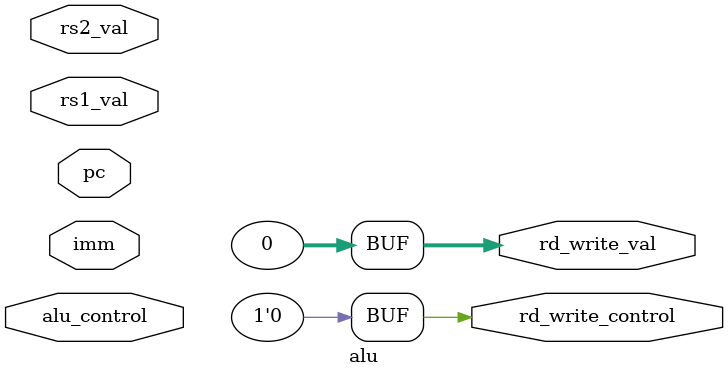
<source format=sv>
`include "processor_defines.sv"
module alu(
    input logic [31:0] pc,
    input logic [31:0] imm,
    input logic [31:0] rs1_val,
    input logic [31:0] rs2_val,
    input logic [4:0] alu_control,
    output logic rd_write_control,
    output logic [31:0] rd_write_val
);

always @ (*) begin
    rd_write_control = 1'b0;
    rd_write_val = 32'h0;
end

   /*
    Following section is necessary for dumping waveforms. This is needed for debug and simulations
    */

`ifndef DISABLE_WAVES
   initial
     begin
        $dumpfile("./sim_build/alu.vcd");
        $dumpvars(0, alu);
     end
`endif


endmodule


</source>
